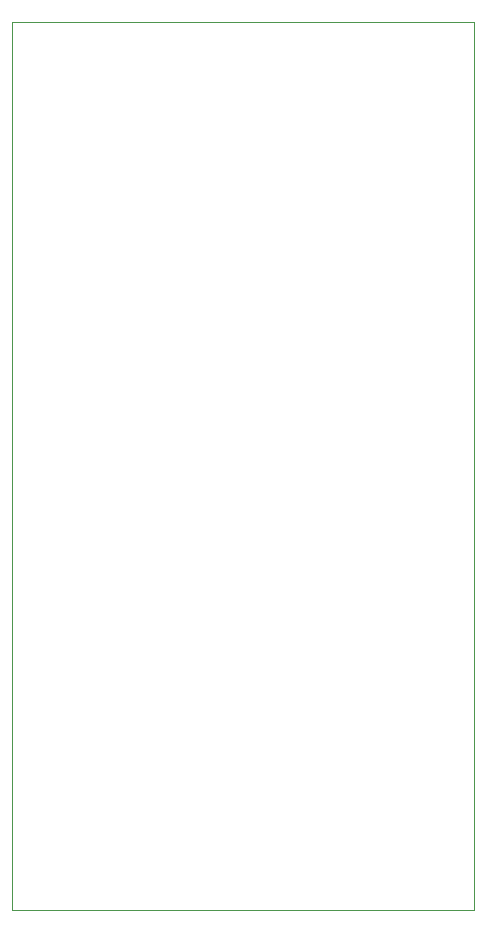
<source format=gbr>
%TF.GenerationSoftware,KiCad,Pcbnew,(5.1.7)-1*%
%TF.CreationDate,2023-12-15T12:51:46-07:00*%
%TF.ProjectId,AMPE32T30,414d5045-3332-4543-9330-2e6b69636164,rev?*%
%TF.SameCoordinates,PX76efc10PY5962530*%
%TF.FileFunction,Profile,NP*%
%FSLAX46Y46*%
G04 Gerber Fmt 4.6, Leading zero omitted, Abs format (unit mm)*
G04 Created by KiCad (PCBNEW (5.1.7)-1) date 2023-12-15 12:51:46*
%MOMM*%
%LPD*%
G01*
G04 APERTURE LIST*
%TA.AperFunction,Profile*%
%ADD10C,0.050000*%
%TD*%
G04 APERTURE END LIST*
D10*
X0Y0D02*
X0Y11938000D01*
X39116000Y0D02*
X0Y0D01*
X39116000Y75184000D02*
X39116000Y0D01*
X0Y11938000D02*
X0Y75184000D01*
X39116000Y75184000D02*
X0Y75184000D01*
M02*

</source>
